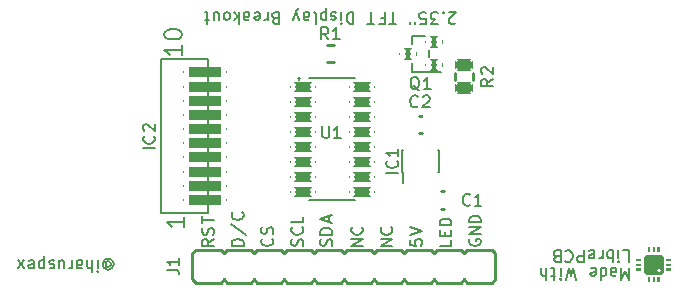
<source format=gbr>
G04 --- HEADER BEGIN --- *
G04 #@! TF.GenerationSoftware,LibrePCB,LibrePCB,1.3.0*
G04 #@! TF.CreationDate,2025-05-07T13:29:34*
G04 #@! TF.ProjectId,2.35" TFT Display Breakout,2d7378a2-86a6-4676-ae60-d25c5b1dbf0f,v1*
G04 #@! TF.Part,Single*
G04 #@! TF.SameCoordinates*
G04 #@! TF.FileFunction,Legend,Top*
G04 #@! TF.FilePolarity,Positive*
%FSLAX66Y66*%
%MOMM*%
G01*
G75*
G04 --- HEADER END --- *
G04 --- APERTURE LIST BEGIN --- *
%ADD10C,0.01*%
%ADD11C,0.2*%
%ADD12C,0.15*%
%ADD13C,0.25*%
%AMROUNDEDRECT14*20,1,1.0,-0.45,0.0,0.45,0.0,0.0*20,1,0.4,-0.75,0.0,0.75,0.0,0.0*1,1,0.6,-0.45,0.2*1,1,0.6,0.45,0.2*1,1,0.6,0.45,-0.2*1,1,0.6,-0.45,-0.2*%
%ADD14ROUNDEDRECT14*%
%AMROUNDEDRECT15*20,1,0.95,-0.625,0.0,0.625,0.0,0.0*20,1,0.75,-0.725,0.0,0.725,0.0,0.0*1,1,0.2,-0.625,0.375*1,1,0.2,0.625,0.375*1,1,0.2,0.625,-0.375*1,1,0.2,-0.625,-0.375*%
%ADD15ROUNDEDRECT15*%
%AMROUNDEDRECT16*20,1,0.9,-1.575,0.0,1.575,0.0,0.0*20,1,0.35,-1.85,0.0,1.85,0.0,0.0*1,1,0.55,-1.575,0.175*1,1,0.55,1.575,0.175*1,1,0.55,1.575,-0.175*1,1,0.55,-1.575,-0.175*%
%ADD16ROUNDEDRECT16*%
%AMROUNDEDRECT17*20,1,1.15,-0.625,0.0,0.625,0.0,90.0*20,1,0.95,-0.725,0.0,0.725,0.0,90.0*1,1,0.2,-0.475,-0.625*1,1,0.2,-0.475,0.625*1,1,0.2,0.475,0.625*1,1,0.2,0.475,-0.625*%
%ADD17ROUNDEDRECT17*%
%AMROUNDEDRECT18*20,1,0.8,-0.85,0.0,0.85,0.0,0.0*20,1,0.3,-1.1,0.0,1.1,0.0,0.0*1,1,0.5,-0.85,0.15*1,1,0.5,0.85,0.15*1,1,0.5,0.85,-0.15*1,1,0.5,-0.85,-0.15*%
%ADD18ROUNDEDRECT18*%
%AMROUNDEDRECT19*20,1,0.8,-0.4,0.0,0.4,0.0,90.0*20,1,0.3,-0.65,0.0,0.65,0.0,90.0*1,1,0.5,-0.15,-0.4*1,1,0.5,-0.15,0.4*1,1,0.5,0.15,0.4*1,1,0.5,0.15,-0.4*%
%ADD19ROUNDEDRECT19*%
%AMROUNDEDRECT20*20,1,0.95,-0.625,0.0,0.625,0.0,90.0*20,1,0.75,-0.725,0.0,0.725,0.0,90.0*1,1,0.2,-0.375,-0.625*1,1,0.2,-0.375,0.625*1,1,0.2,0.375,0.625*1,1,0.2,0.375,-0.625*%
%ADD20ROUNDEDRECT20*%
%ADD21O,1.787X2.39*%
%AMROUNDEDRECT22*20,1,1.787,-1.095,0.0,1.095,0.0,90.0*20,1,1.587,-1.195,0.0,1.195,0.0,90.0*1,1,0.2,-0.7935,-1.095*1,1,0.2,-0.7935,1.095*1,1,0.2,0.7935,1.095*1,1,0.2,0.7935,-1.095*%
%ADD22ROUNDEDRECT22*%
G04 --- APERTURE LIST END --- *
G04 --- BOARD BEGIN --- *
D10*
G04 #@! TO.C,LOGO1*
G36*
X57690000Y2900000D02*
X57270000Y2900000D01*
X57270000Y3100000D01*
X57690000Y3100000D01*
X57690000Y2900000D01*
G37*
G36*
X58850000Y1540000D02*
X58650000Y1540000D01*
X58650000Y1120000D01*
X58850000Y1120000D01*
X58850000Y1540000D01*
G37*
G36*
X59250000Y1540000D02*
X59050000Y1540000D01*
X59050000Y1120000D01*
X59250000Y1120000D01*
X59250000Y1540000D01*
G37*
G36*
X59810000Y2100000D02*
X60230000Y2100000D01*
X60230000Y2300000D01*
X59810000Y2300000D01*
X59810000Y2100000D01*
G37*
G36*
X58850000Y3660000D02*
X58650000Y3660000D01*
X58650000Y4080000D01*
X58850000Y4080000D01*
X58850000Y3660000D01*
G37*
G36*
X59385000Y1753000D02*
X58115000Y1753000D01*
G02*
X57903000Y1965000I0J212000D01*
G01*
X57903000Y3235000D01*
G02*
X58115000Y3447000I212000J0D01*
G01*
X59385000Y3447000D01*
G02*
X59597000Y3235000I0J-212000D01*
G01*
X59597000Y2135000D01*
X59382000Y2135000D01*
G03*
X59215000Y2302000I-167000J0D01*
G01*
G03*
X59048000Y2135000I0J-167000D01*
G01*
G03*
X59215000Y1968000I167000J0D01*
G01*
G03*
X59382000Y2135000I0J167000D01*
G01*
X59597000Y2135000D01*
X59597000Y1965000D01*
G02*
X59385000Y1753000I-212000J0D01*
G01*
G37*
G36*
X57690000Y2100000D02*
X57270000Y2100000D01*
X57270000Y2300000D01*
X57690000Y2300000D01*
X57690000Y2100000D01*
G37*
G36*
X58450000Y1540000D02*
X58250000Y1540000D01*
X58250000Y1120000D01*
X58450000Y1120000D01*
X58450000Y1540000D01*
G37*
G36*
X59810000Y2500000D02*
X60230000Y2500000D01*
X60230000Y2700000D01*
X59810000Y2700000D01*
X59810000Y2500000D01*
G37*
G36*
X59250000Y3660000D02*
X59050000Y3660000D01*
X59050000Y4080000D01*
X59250000Y4080000D01*
X59250000Y3660000D01*
G37*
G36*
X59810000Y2900000D02*
X60230000Y2900000D01*
X60230000Y3100000D01*
X59810000Y3100000D01*
X59810000Y2900000D01*
G37*
G36*
X58450000Y3660000D02*
X58250000Y3660000D01*
X58250000Y4080000D01*
X58450000Y4080000D01*
X58450000Y3660000D01*
G37*
G36*
X57690000Y2500000D02*
X57270000Y2500000D01*
X57270000Y2700000D01*
X57690000Y2700000D01*
X57690000Y2500000D01*
G37*
D11*
X56650000Y2360000D02*
X56650000Y1360000D01*
X56316667Y2074444D01*
X55983333Y1360000D01*
X55983333Y2360000D01*
X55106666Y2360000D02*
X55106666Y1836667D01*
X55154444Y1741111D01*
X55250000Y1693333D01*
X55440000Y1693333D01*
X55535555Y1741111D01*
X55106666Y2312222D02*
X55202222Y2360000D01*
X55440000Y2360000D01*
X55535555Y2312222D01*
X55583333Y2216667D01*
X55583333Y2122222D01*
X55535555Y2026667D01*
X55440000Y1978889D01*
X55202222Y1978889D01*
X55106666Y1931111D01*
X54229999Y2360000D02*
X54229999Y1360000D01*
X54229999Y2312222D02*
X54325555Y2360000D01*
X54516666Y2360000D01*
X54611110Y2312222D01*
X54658888Y2264444D01*
X54706666Y2170000D01*
X54706666Y1883333D01*
X54658888Y1788889D01*
X54611110Y1741111D01*
X54516666Y1693333D01*
X54325555Y1693333D01*
X54229999Y1741111D01*
X53401110Y2312222D02*
X53496666Y2360000D01*
X53686666Y2360000D01*
X53782221Y2312222D01*
X53829999Y2216667D01*
X53829999Y1836667D01*
X53782221Y1741111D01*
X53686666Y1693333D01*
X53496666Y1693333D01*
X53401110Y1741111D01*
X53353332Y1836667D01*
X53353332Y1931111D01*
X53829999Y2026667D01*
X52153333Y1360000D02*
X51915555Y2360000D01*
X51724444Y1645556D01*
X51534444Y2360000D01*
X51296666Y1360000D01*
X50848888Y2360000D02*
X50848888Y1693333D01*
X50848888Y1360000D02*
X50896666Y1407778D01*
X50848888Y1455556D01*
X50801110Y1407778D01*
X50848888Y1360000D01*
X50848888Y1455556D01*
X50401110Y1693333D02*
X50019999Y1693333D01*
X50257777Y1360000D02*
X50257777Y2216667D01*
X50211110Y2312222D01*
X50115554Y2360000D01*
X50019999Y2360000D01*
X49619999Y2360000D02*
X49619999Y1360000D01*
X49191110Y2360000D02*
X49191110Y1836667D01*
X49238888Y1741111D01*
X49334443Y1693333D01*
X49476666Y1693333D01*
X49572221Y1741111D01*
X49619999Y1788889D01*
X56173333Y3840000D02*
X56650000Y3840000D01*
X56650000Y2840000D01*
X55725555Y3840000D02*
X55725555Y3173333D01*
X55725555Y2840000D02*
X55773333Y2887778D01*
X55725555Y2935556D01*
X55677777Y2887778D01*
X55725555Y2840000D01*
X55725555Y2935556D01*
X55277777Y3840000D02*
X55277777Y2840000D01*
X55277777Y3221111D02*
X55182221Y3173333D01*
X54992221Y3173333D01*
X54896666Y3221111D01*
X54848888Y3268889D01*
X54801110Y3363333D01*
X54801110Y3650000D01*
X54848888Y3744444D01*
X54896666Y3792222D01*
X54992221Y3840000D01*
X55182221Y3840000D01*
X55277777Y3792222D01*
X54401110Y3840000D02*
X54401110Y3173333D01*
X54401110Y3363333D02*
X54353332Y3268889D01*
X54305554Y3221111D01*
X54211110Y3173333D01*
X54115554Y3173333D01*
X53286665Y3792222D02*
X53382221Y3840000D01*
X53572221Y3840000D01*
X53667776Y3792222D01*
X53715554Y3696667D01*
X53715554Y3316667D01*
X53667776Y3221111D01*
X53572221Y3173333D01*
X53382221Y3173333D01*
X53286665Y3221111D01*
X53238887Y3316667D01*
X53238887Y3411111D01*
X53715554Y3506667D01*
X52838887Y3840000D02*
X52838887Y2840000D01*
X52457776Y2840000D01*
X52362220Y2887778D01*
X52315554Y2935556D01*
X52267776Y3030000D01*
X52267776Y3173333D01*
X52315554Y3268889D01*
X52362220Y3316667D01*
X52457776Y3363333D01*
X52838887Y3363333D01*
X51248887Y3744444D02*
X51296665Y3792222D01*
X51438887Y3840000D01*
X51534443Y3840000D01*
X51677776Y3792222D01*
X51772220Y3696667D01*
X51819998Y3602222D01*
X51867776Y3411111D01*
X51867776Y3268889D01*
X51819998Y3077778D01*
X51772220Y2983333D01*
X51677776Y2887778D01*
X51534443Y2840000D01*
X51438887Y2840000D01*
X51296665Y2887778D01*
X51248887Y2935556D01*
X50515554Y3316667D02*
X50372220Y3363333D01*
X50325554Y3411111D01*
X50277776Y3506667D01*
X50277776Y3650000D01*
X50325554Y3744444D01*
X50372220Y3792222D01*
X50467776Y3840000D01*
X50848887Y3840000D01*
X50848887Y2840000D01*
X50515554Y2840000D01*
X50419998Y2887778D01*
X50372220Y2935556D01*
X50325554Y3030000D01*
X50325554Y3125556D01*
X50372220Y3221111D01*
X50419998Y3268889D01*
X50515554Y3316667D01*
X50848887Y3316667D01*
D12*
G04 #@! TO.C,Q1*
X39725000Y20200000D02*
X39725000Y20800000D01*
X40700000Y18900000D02*
X39350000Y18900000D01*
X39350000Y18975000D01*
X38275000Y18975000D01*
X38275000Y19700000D01*
X39350000Y22025000D02*
X38275000Y22025000D01*
X38275000Y21300000D01*
D13*
G04 #@! TO.C,R2*
X41950000Y18875000D02*
X41950000Y18225000D01*
X43450000Y18875000D02*
X43450000Y18225000D01*
D11*
G04 #@! TO.C,IC2*
X17000000Y20000000D02*
X17000000Y7000000D01*
X21000000Y7000000D01*
X21000000Y20000000D01*
X17000000Y20000000D01*
X19002000Y6643001D02*
X19002000Y5786334D01*
X19002000Y6214667D02*
X17502000Y6214667D01*
X17717000Y6071334D01*
X17858667Y5929667D01*
X17930333Y5786334D01*
X18811000Y21191333D02*
X18811000Y20334666D01*
X18811000Y20762999D02*
X17311000Y20762999D01*
X17526000Y20619666D01*
X17667667Y20477999D01*
X17739333Y20334666D01*
X17311000Y22048000D02*
X17311000Y22191333D01*
X17382667Y22334666D01*
X17454333Y22406333D01*
X17596000Y22476333D01*
X17882667Y22548000D01*
X18239333Y22548000D01*
X18526000Y22476333D01*
X18667667Y22406333D01*
X18739333Y22334666D01*
X18811000Y22191333D01*
X18811000Y22048000D01*
X18739333Y21906333D01*
X18667667Y21834666D01*
X18526000Y21763000D01*
X18239333Y21691333D01*
X17882667Y21691333D01*
X17596000Y21763000D01*
X17454333Y21834666D01*
X17382667Y21906333D01*
X17311000Y22048000D01*
D13*
G04 #@! TO.C,C1*
X40724000Y8863000D02*
X40974000Y8863000D01*
X40724000Y7363000D02*
X40974000Y7363000D01*
D11*
G04 #@! TO.C,U1*
X33450000Y8100000D02*
X29550000Y8100000D01*
X33450000Y18400000D02*
X29550000Y18400000D01*
X28600000Y18400000D02*
X28800000Y18400000D01*
X28700000Y18250000D01*
X28600000Y18400000D01*
G04 #@! TO.C,IC1*
X37500000Y9500000D02*
X37500000Y10500000D01*
X37450000Y10500000D01*
X37450000Y12300000D01*
X37500000Y12300000D01*
X40500000Y12300000D02*
X40550000Y12300000D01*
X40550000Y10500000D01*
X40500000Y10500000D01*
D13*
G04 #@! TO.C,R1*
X31050000Y19750000D02*
X31700000Y19750000D01*
X31050000Y21250000D02*
X31700000Y21250000D01*
G04 #@! TO.C,C2*
X38825000Y15250000D02*
X39075000Y15250000D01*
X38825000Y13750000D02*
X39075000Y13750000D01*
G04 #@! TO.C,J1*
X19945000Y3895000D02*
X22070000Y3895000D01*
X22340000Y3625000D01*
X22610000Y3895000D01*
X24610000Y3895000D01*
X24880000Y3625000D01*
X25150000Y3895000D01*
X27150000Y3895000D01*
X27420000Y3625000D01*
X27690000Y3895000D01*
X29690000Y3895000D01*
X29960000Y3625000D01*
X30230000Y3895000D01*
X32230000Y3895000D01*
X32500000Y3625000D01*
X32770000Y3895000D01*
X34770000Y3895000D01*
X35040000Y3625000D01*
X35310000Y3895000D01*
X37310000Y3895000D01*
X37580000Y3625000D01*
X37850000Y3895000D01*
X39850000Y3895000D01*
X40120000Y3625000D01*
X40390000Y3895000D01*
X42390000Y3895000D01*
X42660000Y3625000D01*
X42930000Y3895000D01*
X45055000Y3895000D01*
X45325000Y3625000D01*
X45325000Y1375000D01*
X45055000Y1105000D01*
X42930000Y1105000D01*
X42660000Y1375000D01*
X42390000Y1105000D01*
X40390000Y1105000D01*
X40120000Y1375000D01*
X39850000Y1105000D01*
X37850000Y1105000D01*
X37580000Y1375000D01*
X37310000Y1105000D01*
X35310000Y1105000D01*
X35040000Y1375000D01*
X34770000Y1105000D01*
X32770000Y1105000D01*
X32500000Y1375000D01*
X32230000Y1105000D01*
X30230000Y1105000D01*
X29960000Y1375000D01*
X29690000Y1105000D01*
X27690000Y1105000D01*
X27420000Y1375000D01*
X27150000Y1105000D01*
X25150000Y1105000D01*
X24880000Y1375000D01*
X24610000Y1105000D01*
X22610000Y1105000D01*
X22340000Y1375000D01*
X22070000Y1105000D01*
X19945000Y1105000D01*
X19675000Y1375000D01*
X19675000Y3625000D01*
X19945000Y3895000D01*
D11*
G04 #@! TD*
X31461222Y4203000D02*
X31509000Y4346333D01*
X31509000Y4584111D01*
X31461222Y4679667D01*
X31413444Y4726333D01*
X31319000Y4774111D01*
X31223444Y4774111D01*
X31127889Y4726333D01*
X31080111Y4679667D01*
X31032333Y4584111D01*
X30985667Y4393000D01*
X30937889Y4298556D01*
X30890111Y4250778D01*
X30794556Y4203000D01*
X30699000Y4203000D01*
X30604556Y4250778D01*
X30556778Y4298556D01*
X30509000Y4393000D01*
X30509000Y4631889D01*
X30556778Y4774111D01*
X31509000Y5174111D02*
X30509000Y5174111D01*
X30509000Y5411889D01*
X30556778Y5555222D01*
X30652333Y5650778D01*
X30746778Y5697444D01*
X30937889Y5745222D01*
X31080111Y5745222D01*
X31271222Y5697444D01*
X31365667Y5650778D01*
X31461222Y5555222D01*
X31509000Y5411889D01*
X31509000Y5174111D01*
X31223444Y6240778D02*
X31223444Y6716333D01*
X31509000Y6145222D02*
X30509000Y6478555D01*
X31509000Y6811889D01*
X38109000Y4726333D02*
X38109000Y4250778D01*
X38585667Y4203000D01*
X38537889Y4250778D01*
X38490111Y4346333D01*
X38490111Y4584111D01*
X38537889Y4679667D01*
X38585667Y4726333D01*
X38680111Y4774111D01*
X38919000Y4774111D01*
X39013444Y4726333D01*
X39061222Y4679667D01*
X39109000Y4584111D01*
X39109000Y4346333D01*
X39061222Y4250778D01*
X39013444Y4203000D01*
X38109000Y5174111D02*
X39109000Y5507444D01*
X38109000Y5840778D01*
X26413444Y4821889D02*
X26461222Y4774111D01*
X26509000Y4631889D01*
X26509000Y4536333D01*
X26461222Y4393000D01*
X26365667Y4298556D01*
X26271222Y4250778D01*
X26080111Y4203000D01*
X25937889Y4203000D01*
X25746778Y4250778D01*
X25652333Y4298556D01*
X25556778Y4393000D01*
X25509000Y4536333D01*
X25509000Y4631889D01*
X25556778Y4774111D01*
X25604556Y4821889D01*
X26461222Y5221889D02*
X26509000Y5365222D01*
X26509000Y5603000D01*
X26461222Y5698556D01*
X26413444Y5745222D01*
X26319000Y5793000D01*
X26223444Y5793000D01*
X26127889Y5745222D01*
X26080111Y5698556D01*
X26032333Y5603000D01*
X25985667Y5411889D01*
X25937889Y5317445D01*
X25890111Y5269667D01*
X25794556Y5221889D01*
X25699000Y5221889D01*
X25604556Y5269667D01*
X25556778Y5317445D01*
X25509000Y5411889D01*
X25509000Y5650778D01*
X25556778Y5793000D01*
X12333333Y2523333D02*
X12381111Y2476667D01*
X12476667Y2428889D01*
X12571111Y2428889D01*
X12666667Y2476667D01*
X12714444Y2523333D01*
X12762222Y2618889D01*
X12762222Y2714444D01*
X12714444Y2810000D01*
X12666667Y2856667D01*
X12571111Y2904444D01*
X12476667Y2904444D01*
X12381111Y2856667D01*
X12333333Y2810000D01*
X12333333Y2428889D02*
X12333333Y2810000D01*
X12285556Y2856667D01*
X12237778Y2856667D01*
X12143333Y2810000D01*
X12095556Y2714444D01*
X12095556Y2476667D01*
X12190000Y2333333D01*
X12333333Y2237778D01*
X12523333Y2190000D01*
X12714444Y2237778D01*
X12856667Y2333333D01*
X12952222Y2476667D01*
X13000000Y2666667D01*
X12952222Y2856667D01*
X12856667Y3000000D01*
X12714444Y3095556D01*
X12523333Y3143333D01*
X12333333Y3095556D01*
X12190000Y3000000D01*
X11647778Y3000000D02*
X11647778Y2333333D01*
X11647778Y2000000D02*
X11695556Y2047778D01*
X11647778Y2095556D01*
X11600000Y2047778D01*
X11647778Y2000000D01*
X11647778Y2095556D01*
X11200000Y3000000D02*
X11200000Y2000000D01*
X10771111Y3000000D02*
X10771111Y2476667D01*
X10818889Y2381111D01*
X10914444Y2333333D01*
X11056667Y2333333D01*
X11152222Y2381111D01*
X11200000Y2428889D01*
X9894444Y3000000D02*
X9894444Y2476667D01*
X9942222Y2381111D01*
X10037778Y2333333D01*
X10227778Y2333333D01*
X10323333Y2381111D01*
X9894444Y2952222D02*
X9990000Y3000000D01*
X10227778Y3000000D01*
X10323333Y2952222D01*
X10371111Y2856667D01*
X10371111Y2762222D01*
X10323333Y2666667D01*
X10227778Y2618889D01*
X9990000Y2618889D01*
X9894444Y2571111D01*
X9494444Y3000000D02*
X9494444Y2333333D01*
X9494444Y2523333D02*
X9446666Y2428889D01*
X9398888Y2381111D01*
X9304444Y2333333D01*
X9208888Y2333333D01*
X8379999Y2333333D02*
X8379999Y3000000D01*
X8808888Y2333333D02*
X8808888Y2856667D01*
X8761110Y2952222D01*
X8665555Y3000000D01*
X8523332Y3000000D01*
X8427777Y2952222D01*
X8379999Y2904444D01*
X7979999Y2952222D02*
X7884443Y3000000D01*
X7694443Y3000000D01*
X7598888Y2952222D01*
X7551110Y2856667D01*
X7551110Y2810000D01*
X7598888Y2714444D01*
X7694443Y2666667D01*
X7836666Y2666667D01*
X7932221Y2618889D01*
X7979999Y2523333D01*
X7979999Y2476667D01*
X7932221Y2381111D01*
X7836666Y2333333D01*
X7694443Y2333333D01*
X7598888Y2381111D01*
X7151110Y2333333D02*
X7151110Y3333333D01*
X7151110Y2381111D02*
X7055554Y2333333D01*
X6865554Y2333333D01*
X6769999Y2381111D01*
X6722221Y2428889D01*
X6674443Y2523333D01*
X6674443Y2810000D01*
X6722221Y2904444D01*
X6769999Y2952222D01*
X6865554Y3000000D01*
X7055554Y3000000D01*
X7151110Y2952222D01*
X5845554Y2952222D02*
X5941110Y3000000D01*
X6131110Y3000000D01*
X6226665Y2952222D01*
X6274443Y2856667D01*
X6274443Y2476667D01*
X6226665Y2381111D01*
X6131110Y2333333D01*
X5941110Y2333333D01*
X5845554Y2381111D01*
X5797776Y2476667D01*
X5797776Y2571111D01*
X6274443Y2666667D01*
X5397776Y3000000D02*
X4874443Y2333333D01*
X5397776Y2333333D02*
X4874443Y3000000D01*
X29011222Y4203000D02*
X29059000Y4346333D01*
X29059000Y4584111D01*
X29011222Y4679667D01*
X28963444Y4726333D01*
X28869000Y4774111D01*
X28773444Y4774111D01*
X28677889Y4726333D01*
X28630111Y4679667D01*
X28582333Y4584111D01*
X28535667Y4393000D01*
X28487889Y4298556D01*
X28440111Y4250778D01*
X28344556Y4203000D01*
X28249000Y4203000D01*
X28154556Y4250778D01*
X28106778Y4298556D01*
X28059000Y4393000D01*
X28059000Y4631889D01*
X28106778Y4774111D01*
X28963444Y5793000D02*
X29011222Y5745222D01*
X29059000Y5603000D01*
X29059000Y5507444D01*
X29011222Y5364111D01*
X28915667Y5269667D01*
X28821222Y5221889D01*
X28630111Y5174111D01*
X28487889Y5174111D01*
X28296778Y5221889D01*
X28202333Y5269667D01*
X28106778Y5364111D01*
X28059000Y5507444D01*
X28059000Y5603000D01*
X28106778Y5745222D01*
X28154556Y5793000D01*
X29059000Y6669667D02*
X29059000Y6193000D01*
X28059000Y6193000D01*
X21509000Y4774111D02*
X21032333Y4440778D01*
X21509000Y4203000D02*
X20509000Y4203000D01*
X20509000Y4584111D01*
X20556778Y4679667D01*
X20604556Y4726333D01*
X20699000Y4774111D01*
X20842333Y4774111D01*
X20937889Y4726333D01*
X20985667Y4679667D01*
X21032333Y4584111D01*
X21032333Y4203000D01*
X21461222Y5174111D02*
X21509000Y5317444D01*
X21509000Y5555222D01*
X21461222Y5650778D01*
X21413444Y5697444D01*
X21319000Y5745222D01*
X21223444Y5745222D01*
X21127889Y5697444D01*
X21080111Y5650778D01*
X21032333Y5555222D01*
X20985667Y5364111D01*
X20937889Y5269667D01*
X20890111Y5221889D01*
X20794556Y5174111D01*
X20699000Y5174111D01*
X20604556Y5221889D01*
X20556778Y5269667D01*
X20509000Y5364111D01*
X20509000Y5603000D01*
X20556778Y5745222D01*
X20509000Y6145222D02*
X20509000Y6716333D01*
X21509000Y6430778D02*
X20509000Y6430778D01*
X34109000Y4203000D02*
X33109000Y4203000D01*
X34109000Y4774111D01*
X33109000Y4774111D01*
X34013444Y5793000D02*
X34061222Y5745222D01*
X34109000Y5603000D01*
X34109000Y5507444D01*
X34061222Y5364111D01*
X33965667Y5269667D01*
X33871222Y5221889D01*
X33680111Y5174111D01*
X33537889Y5174111D01*
X33346778Y5221889D01*
X33252333Y5269667D01*
X33156778Y5364111D01*
X33109000Y5507444D01*
X33109000Y5603000D01*
X33156778Y5745222D01*
X33204556Y5793000D01*
X24009000Y4203000D02*
X23009000Y4203000D01*
X23009000Y4440778D01*
X23056778Y4584111D01*
X23152333Y4679667D01*
X23246778Y4726333D01*
X23437889Y4774111D01*
X23580111Y4774111D01*
X23771222Y4726333D01*
X23865667Y4679667D01*
X23961222Y4584111D01*
X24009000Y4440778D01*
X24009000Y4203000D01*
X22961222Y6030778D02*
X24246778Y5174111D01*
X23913444Y7049667D02*
X23961222Y7001889D01*
X24009000Y6859667D01*
X24009000Y6764111D01*
X23961222Y6620778D01*
X23865667Y6526334D01*
X23771222Y6478556D01*
X23580111Y6430778D01*
X23437889Y6430778D01*
X23246778Y6478556D01*
X23152333Y6526334D01*
X23056778Y6620778D01*
X23009000Y6764111D01*
X23009000Y6859667D01*
X23056778Y7001889D01*
X23104556Y7049667D01*
X41952222Y23095556D02*
X41904444Y23047778D01*
X41810000Y23000000D01*
X41571111Y23000000D01*
X41476667Y23047778D01*
X41428889Y23095556D01*
X41381111Y23190000D01*
X41381111Y23285556D01*
X41428889Y23428889D01*
X42000000Y24000000D01*
X41381111Y24000000D01*
X40933333Y23904444D02*
X40885555Y23952222D01*
X40933333Y24000000D01*
X40981111Y23952222D01*
X40933333Y23904444D01*
X40933333Y24000000D01*
X40485555Y23000000D02*
X39866666Y23000000D01*
X40199999Y23381111D01*
X40056666Y23381111D01*
X39962222Y23428889D01*
X39914444Y23476667D01*
X39866666Y23571111D01*
X39866666Y23810000D01*
X39914444Y23904444D01*
X39962222Y23952222D01*
X40056666Y24000000D01*
X40342222Y24000000D01*
X40437777Y23952222D01*
X40485555Y23904444D01*
X38943333Y23000000D02*
X39418888Y23000000D01*
X39466666Y23476667D01*
X39418888Y23428889D01*
X39323333Y23381111D01*
X39085555Y23381111D01*
X38989999Y23428889D01*
X38943333Y23476667D01*
X38895555Y23571111D01*
X38895555Y23810000D01*
X38943333Y23904444D01*
X38989999Y23952222D01*
X39085555Y24000000D01*
X39323333Y24000000D01*
X39418888Y23952222D01*
X39466666Y23904444D01*
X38495555Y23000000D02*
X38495555Y23190000D01*
X38114444Y23000000D02*
X38114444Y23190000D01*
X36914445Y23000000D02*
X36343334Y23000000D01*
X36628889Y24000000D02*
X36628889Y23000000D01*
X35610001Y23476667D02*
X35943334Y23476667D01*
X35943334Y24000000D02*
X35943334Y23000000D01*
X35466667Y23000000D01*
X35066667Y23000000D02*
X34495556Y23000000D01*
X34781111Y24000000D02*
X34781111Y23000000D01*
X33295557Y24000000D02*
X33295557Y23000000D01*
X33057779Y23000000D01*
X32914446Y23047778D01*
X32818890Y23143333D01*
X32772224Y23237778D01*
X32724446Y23428889D01*
X32724446Y23571111D01*
X32772224Y23762222D01*
X32818890Y23856667D01*
X32914446Y23952222D01*
X33057779Y24000000D01*
X33295557Y24000000D01*
X32276668Y24000000D02*
X32276668Y23333333D01*
X32276668Y23000000D02*
X32324446Y23047778D01*
X32276668Y23095556D01*
X32228890Y23047778D01*
X32276668Y23000000D01*
X32276668Y23095556D01*
X31828890Y23952222D02*
X31733334Y24000000D01*
X31543334Y24000000D01*
X31447779Y23952222D01*
X31400001Y23856667D01*
X31400001Y23810000D01*
X31447779Y23714444D01*
X31543334Y23666667D01*
X31685557Y23666667D01*
X31781112Y23618889D01*
X31828890Y23523333D01*
X31828890Y23476667D01*
X31781112Y23381111D01*
X31685557Y23333333D01*
X31543334Y23333333D01*
X31447779Y23381111D01*
X31000001Y23333333D02*
X31000001Y24333333D01*
X31000001Y23381111D02*
X30904445Y23333333D01*
X30714445Y23333333D01*
X30618890Y23381111D01*
X30571112Y23428889D01*
X30523334Y23523333D01*
X30523334Y23810000D01*
X30571112Y23904444D01*
X30618890Y23952222D01*
X30714445Y24000000D01*
X30904445Y24000000D01*
X31000001Y23952222D01*
X29980001Y24000000D02*
X30075556Y23952222D01*
X30123334Y23856667D01*
X30123334Y23000000D01*
X29103334Y24000000D02*
X29103334Y23476667D01*
X29151112Y23381111D01*
X29246668Y23333333D01*
X29436668Y23333333D01*
X29532223Y23381111D01*
X29103334Y23952222D02*
X29198890Y24000000D01*
X29436668Y24000000D01*
X29532223Y23952222D01*
X29580001Y23856667D01*
X29580001Y23762222D01*
X29532223Y23666667D01*
X29436668Y23618889D01*
X29198890Y23618889D01*
X29103334Y23571111D01*
X28703334Y23333333D02*
X28465556Y24000000D01*
X28226667Y23333333D02*
X28465556Y24000000D01*
X28560001Y24237778D01*
X28607778Y24285556D01*
X28703334Y24333333D01*
X26693335Y23476667D02*
X26550001Y23523333D01*
X26503335Y23571111D01*
X26455557Y23666667D01*
X26455557Y23810000D01*
X26503335Y23904444D01*
X26550001Y23952222D01*
X26645557Y24000000D01*
X27026668Y24000000D01*
X27026668Y23000000D01*
X26693335Y23000000D01*
X26597779Y23047778D01*
X26550001Y23095556D01*
X26503335Y23190000D01*
X26503335Y23285556D01*
X26550001Y23381111D01*
X26597779Y23428889D01*
X26693335Y23476667D01*
X27026668Y23476667D01*
X26055557Y24000000D02*
X26055557Y23333333D01*
X26055557Y23523333D02*
X26007779Y23428889D01*
X25960001Y23381111D01*
X25865557Y23333333D01*
X25770001Y23333333D01*
X24941112Y23952222D02*
X25036668Y24000000D01*
X25226668Y24000000D01*
X25322223Y23952222D01*
X25370001Y23856667D01*
X25370001Y23476667D01*
X25322223Y23381111D01*
X25226668Y23333333D01*
X25036668Y23333333D01*
X24941112Y23381111D01*
X24893334Y23476667D01*
X24893334Y23571111D01*
X25370001Y23666667D01*
X24016667Y24000000D02*
X24016667Y23476667D01*
X24064445Y23381111D01*
X24160001Y23333333D01*
X24350001Y23333333D01*
X24445556Y23381111D01*
X24016667Y23952222D02*
X24112223Y24000000D01*
X24350001Y24000000D01*
X24445556Y23952222D01*
X24493334Y23856667D01*
X24493334Y23762222D01*
X24445556Y23666667D01*
X24350001Y23618889D01*
X24112223Y23618889D01*
X24016667Y23571111D01*
X23616667Y24000000D02*
X23616667Y23000000D01*
X23521111Y23618889D02*
X23235556Y24000000D01*
X23235556Y23333333D02*
X23616667Y23714444D01*
X22645556Y24000000D02*
X22740000Y23952222D01*
X22787778Y23904444D01*
X22835556Y23810000D01*
X22835556Y23523333D01*
X22787778Y23428889D01*
X22740000Y23381111D01*
X22645556Y23333333D01*
X22502223Y23333333D01*
X22406667Y23381111D01*
X22358889Y23428889D01*
X22312223Y23523333D01*
X22312223Y23810000D01*
X22358889Y23904444D01*
X22406667Y23952222D01*
X22502223Y24000000D01*
X22645556Y24000000D01*
X21483334Y23333333D02*
X21483334Y24000000D01*
X21912223Y23333333D02*
X21912223Y23856667D01*
X21864445Y23952222D01*
X21768890Y24000000D01*
X21626667Y24000000D01*
X21531112Y23952222D01*
X21483334Y23904444D01*
X21083334Y23333333D02*
X20702223Y23333333D01*
X20940001Y23000000D02*
X20940001Y23856667D01*
X20893334Y23952222D01*
X20797778Y24000000D01*
X20702223Y24000000D01*
X41609000Y4679667D02*
X41609000Y4203000D01*
X40609000Y4203000D01*
X41085667Y5079667D02*
X41085667Y5413000D01*
X41609000Y5556334D02*
X41609000Y5079667D01*
X40609000Y5079667D01*
X40609000Y5556334D01*
X41609000Y5956334D02*
X40609000Y5956334D01*
X40609000Y6194112D01*
X40656778Y6337445D01*
X40752333Y6433001D01*
X40846778Y6479667D01*
X41037889Y6527445D01*
X41180111Y6527445D01*
X41371222Y6479667D01*
X41465667Y6433001D01*
X41561222Y6337445D01*
X41609000Y6194112D01*
X41609000Y5956334D01*
X43156778Y4774111D02*
X43109000Y4679667D01*
X43109000Y4536333D01*
X43156778Y4393000D01*
X43252333Y4298556D01*
X43346778Y4250778D01*
X43537889Y4203000D01*
X43680111Y4203000D01*
X43871222Y4250778D01*
X43965667Y4298556D01*
X44061222Y4393000D01*
X44109000Y4536333D01*
X44109000Y4631889D01*
X44061222Y4774111D01*
X44013444Y4821889D01*
X43680111Y4821889D01*
X43680111Y4631889D01*
X44109000Y5221889D02*
X43109000Y5221889D01*
X44109000Y5793000D01*
X43109000Y5793000D01*
X44109000Y6193000D02*
X43109000Y6193000D01*
X43109000Y6430778D01*
X43156778Y6574111D01*
X43252333Y6669667D01*
X43346778Y6716333D01*
X43537889Y6764111D01*
X43680111Y6764111D01*
X43871222Y6716333D01*
X43965667Y6669667D01*
X44061222Y6574111D01*
X44109000Y6430778D01*
X44109000Y6193000D01*
X36609000Y4203000D02*
X35609000Y4203000D01*
X36609000Y4774111D01*
X35609000Y4774111D01*
X36513444Y5793000D02*
X36561222Y5745222D01*
X36609000Y5603000D01*
X36609000Y5507444D01*
X36561222Y5364111D01*
X36465667Y5269667D01*
X36371222Y5221889D01*
X36180111Y5174111D01*
X36037889Y5174111D01*
X35846778Y5221889D01*
X35752333Y5269667D01*
X35656778Y5364111D01*
X35609000Y5507444D01*
X35609000Y5603000D01*
X35656778Y5745222D01*
X35704556Y5793000D01*
G04 #@! TO.C,Q1*
X38871667Y17404444D02*
X38776112Y17452222D01*
X38680556Y17547778D01*
X38538334Y17690000D01*
X38442779Y17737778D01*
X38347223Y17737778D01*
X38395001Y17500000D02*
X38300556Y17547778D01*
X38205001Y17643333D01*
X38157223Y17833333D01*
X38157223Y18166667D01*
X38205001Y18356667D01*
X38300556Y18452222D01*
X38395001Y18500000D01*
X38586112Y18500000D01*
X38680556Y18452222D01*
X38776112Y18356667D01*
X38823890Y18166667D01*
X38823890Y17833333D01*
X38776112Y17643333D01*
X38680556Y17547778D01*
X38586112Y17500000D01*
X38395001Y17500000D01*
X39842778Y17500000D02*
X39271667Y17500000D01*
X39557223Y17500000D02*
X39557223Y18500000D01*
X39461667Y18356667D01*
X39367223Y18262222D01*
X39271667Y18214444D01*
G04 #@! TO.C,R2*
X45125000Y18326111D02*
X44648333Y17992778D01*
X45125000Y17755000D02*
X44125000Y17755000D01*
X44125000Y18136111D01*
X44172778Y18231667D01*
X44220556Y18278333D01*
X44315000Y18326111D01*
X44458333Y18326111D01*
X44553889Y18278333D01*
X44601667Y18231667D01*
X44648333Y18136111D01*
X44648333Y17755000D01*
X44220556Y18773889D02*
X44172778Y18821667D01*
X44125000Y18916111D01*
X44125000Y19155000D01*
X44172778Y19249444D01*
X44220556Y19297222D01*
X44315000Y19345000D01*
X44410556Y19345000D01*
X44553889Y19297222D01*
X45125000Y18726111D01*
X45125000Y19345000D01*
G04 #@! TO.C,IC2*
X16490000Y12481111D02*
X15490000Y12481111D01*
X16394444Y13500000D02*
X16442222Y13452222D01*
X16490000Y13310000D01*
X16490000Y13214444D01*
X16442222Y13071111D01*
X16346667Y12976667D01*
X16252222Y12928889D01*
X16061111Y12881111D01*
X15918889Y12881111D01*
X15727778Y12928889D01*
X15633333Y12976667D01*
X15537778Y13071111D01*
X15490000Y13214444D01*
X15490000Y13310000D01*
X15537778Y13452222D01*
X15585556Y13500000D01*
X15585556Y13947778D02*
X15537778Y13995556D01*
X15490000Y14090000D01*
X15490000Y14328889D01*
X15537778Y14423333D01*
X15585556Y14471111D01*
X15680000Y14518889D01*
X15775556Y14518889D01*
X15918889Y14471111D01*
X16490000Y13900000D01*
X16490000Y14518889D01*
G04 #@! TO.C,C1*
X43172889Y7708556D02*
X43125111Y7660778D01*
X42982889Y7613000D01*
X42887333Y7613000D01*
X42744000Y7660778D01*
X42649556Y7756333D01*
X42601778Y7850778D01*
X42554000Y8041889D01*
X42554000Y8184111D01*
X42601778Y8375222D01*
X42649556Y8469667D01*
X42744000Y8565222D01*
X42887333Y8613000D01*
X42982889Y8613000D01*
X43125111Y8565222D01*
X43172889Y8517444D01*
X44144000Y7613000D02*
X43572889Y7613000D01*
X43858445Y7613000D02*
X43858445Y8613000D01*
X43762889Y8469667D01*
X43668445Y8375222D01*
X43572889Y8327444D01*
G04 #@! TO.C,U1*
X30678889Y14350000D02*
X30678889Y13540000D01*
X30726667Y13445556D01*
X30774445Y13397778D01*
X30868889Y13350000D01*
X31060000Y13350000D01*
X31155556Y13397778D01*
X31202222Y13445556D01*
X31250000Y13540000D01*
X31250000Y14350000D01*
X32221111Y13350000D02*
X31650000Y13350000D01*
X31935556Y13350000D02*
X31935556Y14350000D01*
X31840000Y14206667D01*
X31745556Y14112222D01*
X31650000Y14064444D01*
G04 #@! TO.C,IC1*
X37100000Y10405000D02*
X36100000Y10405000D01*
X37004444Y11423889D02*
X37052222Y11376111D01*
X37100000Y11233889D01*
X37100000Y11138333D01*
X37052222Y10995000D01*
X36956667Y10900556D01*
X36862222Y10852778D01*
X36671111Y10805000D01*
X36528889Y10805000D01*
X36337778Y10852778D01*
X36243333Y10900556D01*
X36147778Y10995000D01*
X36100000Y11138333D01*
X36100000Y11233889D01*
X36147778Y11376111D01*
X36195556Y11423889D01*
X37100000Y12395000D02*
X37100000Y11823889D01*
X37100000Y12109445D02*
X36100000Y12109445D01*
X36243333Y12013889D01*
X36337778Y11919445D01*
X36385556Y11823889D01*
G04 #@! TO.C,R1*
X31175000Y21706000D02*
X30841667Y22182667D01*
X30603889Y21706000D02*
X30603889Y22706000D01*
X30985000Y22706000D01*
X31080556Y22658222D01*
X31127222Y22610444D01*
X31175000Y22516000D01*
X31175000Y22372667D01*
X31127222Y22277111D01*
X31080556Y22229333D01*
X30985000Y22182667D01*
X30603889Y22182667D01*
X32146111Y21706000D02*
X31575000Y21706000D01*
X31860556Y21706000D02*
X31860556Y22706000D01*
X31765000Y22562667D01*
X31670556Y22468222D01*
X31575000Y22420444D01*
G04 #@! TO.C,C2*
X38750000Y16045556D02*
X38702222Y15997778D01*
X38560000Y15950000D01*
X38464444Y15950000D01*
X38321111Y15997778D01*
X38226667Y16093333D01*
X38178889Y16187778D01*
X38131111Y16378889D01*
X38131111Y16521111D01*
X38178889Y16712222D01*
X38226667Y16806667D01*
X38321111Y16902222D01*
X38464444Y16950000D01*
X38560000Y16950000D01*
X38702222Y16902222D01*
X38750000Y16854444D01*
X39197778Y16854444D02*
X39245556Y16902222D01*
X39340000Y16950000D01*
X39578889Y16950000D01*
X39673333Y16902222D01*
X39721111Y16854444D01*
X39768889Y16760000D01*
X39768889Y16664444D01*
X39721111Y16521111D01*
X39150000Y15950000D01*
X39768889Y15950000D01*
G04 #@! TO.C,J1*
X17530000Y2205000D02*
X18244444Y2205000D01*
X18386667Y2157222D01*
X18482222Y2061667D01*
X18530000Y1919445D01*
X18530000Y1823889D01*
X18530000Y3176111D02*
X18530000Y2605000D01*
X18530000Y2890556D02*
X17530000Y2890556D01*
X17673333Y2795000D01*
X17767778Y2700556D01*
X17815556Y2605000D01*
%LPC*%
D14*
G04 #@! TO.C,Q1*
X40100000Y21450000D03*
X37900000Y20500000D03*
X40100000Y19550000D03*
D15*
G04 #@! TO.C,R2*
X42700000Y17575000D03*
X42700000Y19525000D03*
D16*
G04 #@! TO.C,IC2*
X20750000Y15300000D03*
X20750000Y11700000D03*
X20750000Y16500000D03*
X20750000Y17700000D03*
X20750000Y18900000D03*
X20750000Y12900000D03*
X20750000Y8100000D03*
X20750000Y10500000D03*
X20750000Y14100000D03*
X20750000Y9300000D03*
D17*
G04 #@! TO.C,C1*
X39974000Y8113000D03*
X41724000Y8113000D03*
D18*
G04 #@! TO.C,U1*
X29000000Y13885000D03*
X34000000Y12615000D03*
X29000000Y10075000D03*
X29000000Y8805000D03*
X34000000Y15155000D03*
X29000000Y17695000D03*
X29000000Y16425000D03*
X34000000Y17695000D03*
X29000000Y12615000D03*
X34000000Y16425000D03*
X34000000Y10075000D03*
X34000000Y13885000D03*
X34000000Y11345000D03*
X34000000Y8805000D03*
X29000000Y11345000D03*
X29000000Y15155000D03*
D19*
G04 #@! TO.C,IC1*
X38050000Y12800000D03*
X39950000Y10000000D03*
X39000000Y10000000D03*
X38050000Y10000000D03*
X39950000Y12800000D03*
D20*
G04 #@! TO.C,R1*
X32350000Y20500000D03*
X30400000Y20500000D03*
D17*
G04 #@! TO.C,C2*
X38075000Y14500000D03*
X39825000Y14500000D03*
D21*
G04 #@! TO.C,J1*
X41390000Y2500000D03*
X23610000Y2500000D03*
D22*
X21070000Y2500000D03*
D21*
X36310000Y2500000D03*
X43930000Y2500000D03*
X38850000Y2500000D03*
X33770000Y2500000D03*
X26150000Y2500000D03*
X28690000Y2500000D03*
X31230000Y2500000D03*
G04 --- BOARD END --- *
G04 #@! TF.MD5,b6c031d2b76824002ec9f433a48cf85a*
M02*

</source>
